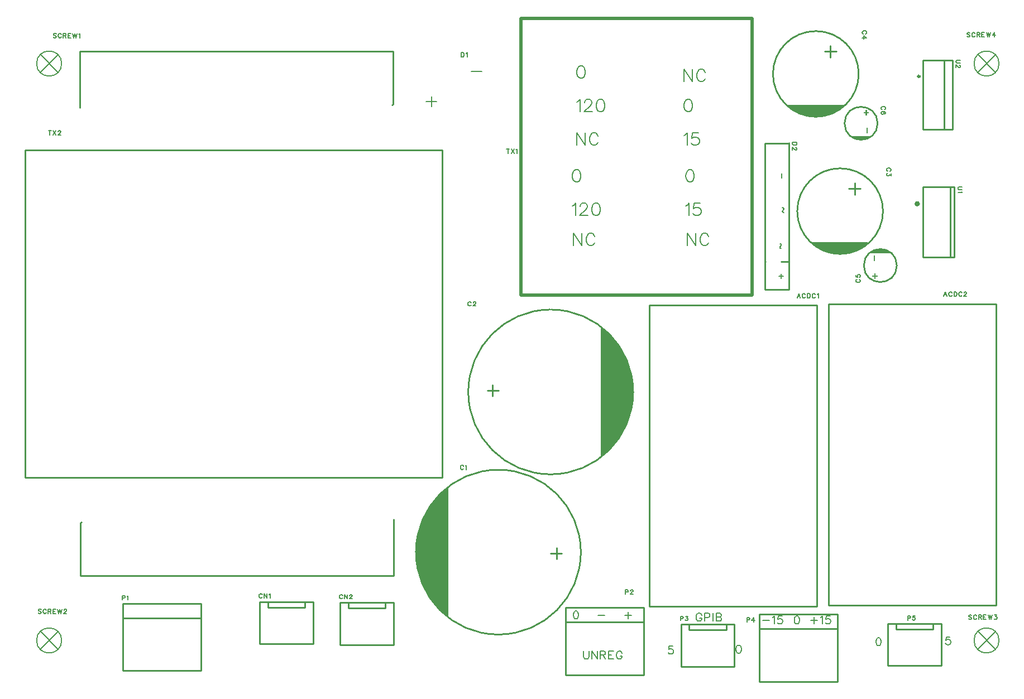
<source format=gto>
G04 Layer: TopSilkscreenLayer*
G04 EasyEDA Pro v2.1.63.af010a1c.225d47, 2024-07-27 17:45:37*
G04 Gerber Generator version 0.3*
G04 Scale: 100 percent, Rotated: No, Reflected: No*
G04 Dimensions in millimeters*
G04 Leading zeros omitted, absolute positions, 3 integers and 5 decimals*
%FSLAX35Y35*%
%MOMM*%
%ADD10C,0.203*%
%ADD11C,0.1524*%
%ADD12C,0.2032*%
%ADD13C,0.254*%
%ADD14C,0.4*%
%ADD15C,0.5*%
%ADD16C,0.3033*%
%ADD17C,0.3*%
G75*


G04 Text Start*
G54D10*
G01X12947142Y510286D02*
G01X12930124Y504698D01*
G01X12918948Y487934D01*
G01X12913360Y459740D01*
G01Y442976D01*
G01X12918948Y414782D01*
G01X12930124Y398018D01*
G01X12947142Y392430D01*
G01X12958318D01*
G01X12975082Y398018D01*
G01X12986258Y414782D01*
G01X12991846Y442976D01*
G01Y459740D01*
G01X12986258Y487934D01*
G01X12975082Y504698D01*
G01X12958318Y510286D01*
G01X12947142D01*
G01X14034770Y522986D02*
G01X13978636Y522986D01*
G01X13973048Y472440D01*
G01X13978636Y478028D01*
G01X13995654Y483616D01*
G01X14012418D01*
G01X14029182Y478028D01*
G01X14040358Y466852D01*
G01X14045946Y450088D01*
G01Y438658D01*
G01X14040358Y421894D01*
G01X14029182Y410718D01*
G01X14012418Y405130D01*
G01X13995654D01*
G01X13978636Y410718D01*
G01X13973048Y416306D01*
G01X13967460Y427482D01*
G01X10826242Y395986D02*
G01X10809224Y390398D01*
G01X10798048Y373634D01*
G01X10792460Y345440D01*
G01Y328676D01*
G01X10798048Y300482D01*
G01X10809224Y283718D01*
G01X10826242Y278130D01*
G01X10837418D01*
G01X10854182Y283718D01*
G01X10865358Y300482D01*
G01X10870946Y328676D01*
G01Y345440D01*
G01X10865358Y373634D01*
G01X10854182Y390398D01*
G01X10837418Y395986D01*
G01X10826242D01*
G01X9831836Y383286D02*
G01X9775702Y383286D01*
G01X9770114Y332740D01*
G01X9775702Y338328D01*
G01X9792720Y343916D01*
G01X9809484D01*
G01X9826248Y338328D01*
G01X9837424Y327152D01*
G01X9843012Y310388D01*
G01Y298958D01*
G01X9837424Y282194D01*
G01X9826248Y271018D01*
G01X9809484Y265430D01*
G01X9792720D01*
G01X9775702Y271018D01*
G01X9770114Y276606D01*
G01X9764526Y287782D01*
G01X10269436Y852891D02*
G01X10263594Y864321D01*
G01X10252418Y875497D01*
G01X10241242Y881085D01*
G01X10218890D01*
G01X10207460Y875497D01*
G01X10196284Y864321D01*
G01X10190696Y852891D01*
G01X10185108Y836127D01*
G01Y808187D01*
G01X10190696Y791169D01*
G01X10196284Y779993D01*
G01X10207460Y768817D01*
G01X10218890Y763229D01*
G01X10241242D01*
G01X10252418Y768817D01*
G01X10263594Y779993D01*
G01X10269436Y791169D01*
G01Y808187D01*
G01X10241242Y808187D02*
G01X10269436Y808187D01*
G01X10316680Y881085D02*
G01X10316680Y763229D01*
G01X10316680Y881085D02*
G01X10367226Y881085D01*
G01X10383990Y875497D01*
G01X10389578Y869909D01*
G01X10395420Y858733D01*
G01Y841715D01*
G01X10389578Y830539D01*
G01X10383990Y824951D01*
G01X10367226Y819363D01*
G01X10316680D01*
G01X10442664Y881085D02*
G01X10442664Y763229D01*
G01X10489908Y881085D02*
G01X10489908Y763229D01*
G01X10489908Y881085D02*
G01X10540454Y881085D01*
G01X10557218Y875497D01*
G01X10563060Y869909D01*
G01X10568648Y858733D01*
G01Y847303D01*
G01X10563060Y836127D01*
G01X10557218Y830539D01*
G01X10540454Y824951D01*
G01X10489908Y824951D02*
G01X10540454Y824951D01*
G01X10557218Y819363D01*
G01X10563060Y813775D01*
G01X10568648Y802345D01*
G01Y785581D01*
G01X10563060Y774405D01*
G01X10557218Y768817D01*
G01X10540454Y763229D01*
G01X10489908D01*
G01X8481060Y307086D02*
G01X8481060Y222758D01*
G01X8486648Y205994D01*
G01X8497824Y194818D01*
G01X8514842Y189230D01*
G01X8526018D01*
G01X8542782Y194818D01*
G01X8553958Y205994D01*
G01X8559546Y222758D01*
G01Y307086D01*
G01X8606790Y307086D02*
G01X8606790Y189230D01*
G01X8606790Y307086D02*
G01X8685530Y189230D01*
G01X8685530Y307086D02*
G01X8685530Y189230D01*
G01X8732774Y307086D02*
G01X8732774Y189230D01*
G01X8732774Y307086D02*
G01X8783320Y307086D01*
G01X8800084Y301498D01*
G01X8805672Y295910D01*
G01X8811514Y284734D01*
G01Y273304D01*
G01X8805672Y262128D01*
G01X8800084Y256540D01*
G01X8783320Y250952D01*
G01X8732774D01*
G01X8772144Y250952D02*
G01X8811514Y189230D01*
G01X8858758Y307086D02*
G01X8858758Y189230D01*
G01X8858758Y307086D02*
G01X8931656Y307086D01*
G01X8858758Y250952D02*
G01X8903716Y250952D01*
G01X8858758Y189230D02*
G01X8931656Y189230D01*
G01X9063228Y278892D02*
G01X9057640Y290322D01*
G01X9046210Y301498D01*
G01X9035034Y307086D01*
G01X9012682D01*
G01X9001252Y301498D01*
G01X8990076Y290322D01*
G01X8984488Y278892D01*
G01X8978900Y262128D01*
G01Y234188D01*
G01X8984488Y217170D01*
G01X8990076Y205994D01*
G01X9001252Y194818D01*
G01X9012682Y189230D01*
G01X9035034D01*
G01X9046210Y194818D01*
G01X9057640Y205994D01*
G01X9063228Y217170D01*
G01Y234188D01*
G01X9035034Y234188D02*
G01X9063228Y234188D01*
G01X11198860Y773176D02*
G01X11299952Y773176D01*
G01X11347196Y818134D02*
G01X11358372Y823722D01*
G01X11375390Y840486D01*
G01Y722630D01*
G01X11489944Y840486D02*
G01X11433810Y840486D01*
G01X11428222Y789940D01*
G01X11433810Y795528D01*
G01X11450828Y801116D01*
G01X11467592D01*
G01X11484356Y795528D01*
G01X11495532Y784352D01*
G01X11501374Y767588D01*
G01Y756158D01*
G01X11495532Y739394D01*
G01X11484356Y728218D01*
G01X11467592Y722630D01*
G01X11450828D01*
G01X11433810Y728218D01*
G01X11428222Y733806D01*
G01X11422634Y744982D01*
G01X11708130Y840486D02*
G01X11691366Y834898D01*
G01X11679936Y818134D01*
G01X11674348Y789940D01*
G01Y773176D01*
G01X11679936Y744982D01*
G01X11691366Y728218D01*
G01X11708130Y722630D01*
G01X11719306D01*
G01X11736070Y728218D01*
G01X11747500Y744982D01*
G01X11753088Y773176D01*
G01Y789940D01*
G01X11747500Y818134D01*
G01X11736070Y834898D01*
G01X11719306Y840486D01*
G01X11708130D01*
G01X11976608Y823722D02*
G01X11976608Y722630D01*
G01X11926062Y773176D02*
G01X12027154Y773176D01*
G01X12074398Y818134D02*
G01X12085574Y823722D01*
G01X12102592Y840486D01*
G01Y722630D01*
G01X12217146Y840486D02*
G01X12161012Y840486D01*
G01X12155424Y789940D01*
G01X12161012Y795528D01*
G01X12178030Y801116D01*
G01X12194794D01*
G01X12211558Y795528D01*
G01X12222734Y784352D01*
G01X12228576Y767588D01*
G01Y756158D01*
G01X12222734Y739394D01*
G01X12211558Y728218D01*
G01X12194794Y722630D01*
G01X12178030D01*
G01X12161012Y728218D01*
G01X12155424Y733806D01*
G01X12149836Y744982D01*
G01X8358132Y915081D02*
G01X8341114Y909493D01*
G01X8329938Y892729D01*
G01X8324350Y864535D01*
G01Y847771D01*
G01X8329938Y819577D01*
G01X8341114Y802813D01*
G01X8358132Y797225D01*
G01X8369308D01*
G01X8386072Y802813D01*
G01X8397248Y819577D01*
G01X8402836Y847771D01*
G01Y864535D01*
G01X8397248Y892729D01*
G01X8386072Y909493D01*
G01X8369308Y915081D01*
G01X8358132D01*
G01X8701794Y847771D02*
G01X8802632Y847771D01*
G01X9151882Y898317D02*
G01X9151882Y797225D01*
G01X9101590Y847771D02*
G01X9202428Y847771D01*
G01X8432800Y9187180D02*
G01X8406130Y9178290D01*
G01X8388350Y9151620D01*
G01X8379460Y9107170D01*
G01Y9080500D01*
G01X8388350Y9036050D01*
G01X8406130Y9009380D01*
G01X8432800Y9000490D01*
G01X8450580D01*
G01X8477250Y9009380D01*
G01X8495030Y9036050D01*
G01X8503920Y9080500D01*
G01Y9107170D01*
G01X8495030Y9151620D01*
G01X8477250Y9178290D01*
G01X8450580Y9187180D01*
G01X8432800D01*
G01X8379460Y8643620D02*
G01X8397240Y8652510D01*
G01X8423910Y8679180D01*
G01Y8492490D01*
G01X8495792Y8634730D02*
G01X8495792Y8643620D01*
G01X8504682Y8661400D01*
G01X8513572Y8670290D01*
G01X8531352Y8679180D01*
G01X8566912D01*
G01X8584692Y8670290D01*
G01X8593582Y8661400D01*
G01X8602472Y8643620D01*
G01Y8625840D01*
G01X8593582Y8608060D01*
G01X8575802Y8581390D01*
G01X8486902Y8492490D01*
G01X8611362D01*
G01X8727694Y8679180D02*
G01X8701024Y8670290D01*
G01X8683244Y8643620D01*
G01X8674354Y8599170D01*
G01Y8572500D01*
G01X8683244Y8528050D01*
G01X8701024Y8501380D01*
G01X8727694Y8492490D01*
G01X8745474D01*
G01X8772144Y8501380D01*
G01X8789924Y8528050D01*
G01X8798814Y8572500D01*
G01Y8599170D01*
G01X8789924Y8643620D01*
G01X8772144Y8670290D01*
G01X8745474Y8679180D01*
G01X8727694D01*
G01X8365368Y7612380D02*
G01X8338698Y7603490D01*
G01X8320918Y7576820D01*
G01X8312028Y7532370D01*
G01Y7505700D01*
G01X8320918Y7461250D01*
G01X8338698Y7434580D01*
G01X8365368Y7425690D01*
G01X8383148D01*
G01X8409818Y7434580D01*
G01X8427598Y7461250D01*
G01X8436488Y7505700D01*
G01Y7532370D01*
G01X8427598Y7576820D01*
G01X8409818Y7603490D01*
G01X8383148Y7612380D01*
G01X8365368D01*
G01X8312028Y7068820D02*
G01X8329808Y7077710D01*
G01X8356478Y7104380D01*
G01Y6917690D01*
G01X8428360Y7059930D02*
G01X8428360Y7068820D01*
G01X8437250Y7086600D01*
G01X8446140Y7095490D01*
G01X8463920Y7104380D01*
G01X8499480D01*
G01X8517260Y7095490D01*
G01X8526150Y7086600D01*
G01X8535040Y7068820D01*
G01Y7051040D01*
G01X8526150Y7033260D01*
G01X8508370Y7006590D01*
G01X8419470Y6917690D01*
G01X8543930D01*
G01X8660262Y7104380D02*
G01X8633592Y7095490D01*
G01X8615812Y7068820D01*
G01X8606922Y7024370D01*
G01Y6997700D01*
G01X8615812Y6953250D01*
G01X8633592Y6926580D01*
G01X8660262Y6917690D01*
G01X8678042D01*
G01X8704712Y6926580D01*
G01X8722492Y6953250D01*
G01X8731382Y6997700D01*
G01Y7024370D01*
G01X8722492Y7068820D01*
G01X8704712Y7095490D01*
G01X8678042Y7104380D01*
G01X8660262D01*
G01X8379460Y8171180D02*
G01X8379460Y7984490D01*
G01X8379460Y8171180D02*
G01X8503920Y7984490D01*
G01X8503920Y8171180D02*
G01X8503920Y7984490D01*
G01X8700262Y8126730D02*
G01X8691372Y8144510D01*
G01X8673592Y8162290D01*
G01X8655812Y8171180D01*
G01X8620252D01*
G01X8602472Y8162290D01*
G01X8584692Y8144510D01*
G01X8575802Y8126730D01*
G01X8566912Y8100060D01*
G01Y8055610D01*
G01X8575802Y8028940D01*
G01X8584692Y8011160D01*
G01X8602472Y7993380D01*
G01X8620252Y7984490D01*
G01X8655812D01*
G01X8673592Y7993380D01*
G01X8691372Y8011160D01*
G01X8700262Y8028940D01*
G01X8328660Y6647180D02*
G01X8328660Y6460490D01*
G01X8328660Y6647180D02*
G01X8453120Y6460490D01*
G01X8453120Y6647180D02*
G01X8453120Y6460490D01*
G01X8649462Y6602730D02*
G01X8640572Y6620510D01*
G01X8622792Y6638290D01*
G01X8605012Y6647180D01*
G01X8569452D01*
G01X8551672Y6638290D01*
G01X8533892Y6620510D01*
G01X8525002Y6602730D01*
G01X8516112Y6576060D01*
G01Y6531610D01*
G01X8525002Y6504940D01*
G01X8533892Y6487160D01*
G01X8551672Y6469380D01*
G01X8569452Y6460490D01*
G01X8605012D01*
G01X8622792Y6469380D01*
G01X8640572Y6487160D01*
G01X8649462Y6504940D01*
G01X10058400Y8679180D02*
G01X10031730Y8670290D01*
G01X10013950Y8643620D01*
G01X10005060Y8599170D01*
G01Y8572500D01*
G01X10013950Y8528050D01*
G01X10031730Y8501380D01*
G01X10058400Y8492490D01*
G01X10076180D01*
G01X10102850Y8501380D01*
G01X10120630Y8528050D01*
G01X10129520Y8572500D01*
G01Y8599170D01*
G01X10120630Y8643620D01*
G01X10102850Y8670290D01*
G01X10076180Y8679180D01*
G01X10058400D01*
G01X10005060Y8135620D02*
G01X10022840Y8144510D01*
G01X10049510Y8171180D01*
G01Y7984490D01*
G01X10219182Y8171180D02*
G01X10130282Y8171180D01*
G01X10121392Y8091170D01*
G01X10130282Y8100060D01*
G01X10156952Y8108950D01*
G01X10183622D01*
G01X10210292Y8100060D01*
G01X10228072Y8082280D01*
G01X10236962Y8055610D01*
G01Y8037830D01*
G01X10228072Y8011160D01*
G01X10210292Y7993380D01*
G01X10183622Y7984490D01*
G01X10156952D01*
G01X10130282Y7993380D01*
G01X10121392Y8002270D01*
G01X10112502Y8020050D01*
G01X10005060Y9136380D02*
G01X10005060Y8949690D01*
G01X10005060Y9136380D02*
G01X10129520Y8949690D01*
G01X10129520Y9136380D02*
G01X10129520Y8949690D01*
G01X10325862Y9091930D02*
G01X10316972Y9109710D01*
G01X10299192Y9127490D01*
G01X10281412Y9136380D01*
G01X10245852D01*
G01X10228072Y9127490D01*
G01X10210292Y9109710D01*
G01X10201402Y9091930D01*
G01X10192512Y9065260D01*
G01Y9020810D01*
G01X10201402Y8994140D01*
G01X10210292Y8976360D01*
G01X10228072Y8958580D01*
G01X10245852Y8949690D01*
G01X10281412D01*
G01X10299192Y8958580D01*
G01X10316972Y8976360D01*
G01X10325862Y8994140D01*
G01X10055860Y6647180D02*
G01X10055860Y6460490D01*
G01X10055860Y6647180D02*
G01X10180320Y6460490D01*
G01X10180320Y6647180D02*
G01X10180320Y6460490D01*
G01X10376662Y6602730D02*
G01X10367772Y6620510D01*
G01X10349992Y6638290D01*
G01X10332212Y6647180D01*
G01X10296652D01*
G01X10278872Y6638290D01*
G01X10261092Y6620510D01*
G01X10252202Y6602730D01*
G01X10243312Y6576060D01*
G01Y6531610D01*
G01X10252202Y6504940D01*
G01X10261092Y6487160D01*
G01X10278872Y6469380D01*
G01X10296652Y6460490D01*
G01X10332212D01*
G01X10349992Y6469380D01*
G01X10367772Y6487160D01*
G01X10376662Y6504940D01*
G01X10084694Y7612380D02*
G01X10058024Y7603490D01*
G01X10040244Y7576820D01*
G01X10031354Y7532370D01*
G01Y7505700D01*
G01X10040244Y7461250D01*
G01X10058024Y7434580D01*
G01X10084694Y7425690D01*
G01X10102474D01*
G01X10129144Y7434580D01*
G01X10146924Y7461250D01*
G01X10155814Y7505700D01*
G01Y7532370D01*
G01X10146924Y7576820D01*
G01X10129144Y7603490D01*
G01X10102474Y7612380D01*
G01X10084694D01*
G01X10031354Y7068820D02*
G01X10049134Y7077710D01*
G01X10075804Y7104380D01*
G01Y6917690D01*
G01X10245476Y7104380D02*
G01X10156576Y7104380D01*
G01X10147686Y7024370D01*
G01X10156576Y7033260D01*
G01X10183246Y7042150D01*
G01X10209916D01*
G01X10236586Y7033260D01*
G01X10254366Y7015480D01*
G01X10263256Y6988810D01*
G01Y6971030D01*
G01X10254366Y6944360D01*
G01X10236586Y6926580D01*
G01X10209916Y6917690D01*
G01X10183246D01*
G01X10156576Y6926580D01*
G01X10147686Y6935470D01*
G01X10138796Y6953250D01*
G54D11*
G01X7331710Y7930134D02*
G01X7331710Y7865110D01*
G01X7310120Y7930134D02*
G01X7353554Y7930134D01*
G01X7383780Y7930134D02*
G01X7426960Y7865110D01*
G01X7426960Y7930134D02*
G01X7383780Y7865110D01*
G01X7457186Y7917688D02*
G01X7463282Y7920990D01*
G01X7472426Y7930134D01*
G01Y7865110D01*
G01X14221236Y7355093D02*
G01X14174754Y7355093D01*
G01X14165610Y7352045D01*
G01X14159260Y7345695D01*
G01X14156212Y7336551D01*
G01Y7330201D01*
G01X14159260Y7321057D01*
G01X14165610Y7314961D01*
G01X14174754Y7311659D01*
G01X14221236D01*
G01X14208790Y7281433D02*
G01X14212092Y7275337D01*
G01X14221236Y7266193D01*
G01X14156212D01*
G01X14191839Y9278076D02*
G01X14145357Y9278076D01*
G01X14136213Y9275028D01*
G01X14129863Y9268678D01*
G01X14126815Y9259534D01*
G01Y9253184D01*
G01X14129863Y9244040D01*
G01X14136213Y9237944D01*
G01X14145357Y9234642D01*
G01X14191839D01*
G01X14176345Y9201368D02*
G01X14179393Y9201368D01*
G01X14185743Y9198320D01*
G01X14188791Y9195272D01*
G01X14191839Y9189176D01*
G01Y9176730D01*
G01X14188791Y9170380D01*
G01X14185743Y9167332D01*
G01X14179393Y9164284D01*
G01X14173297D01*
G01X14167201Y9167332D01*
G01X14157803Y9173682D01*
G01X14126815Y9204416D01*
G01Y9161236D01*
G54D10*
G01X6170930Y8568690D02*
G01X6170930Y8728710D01*
G01X6250940Y8648700D02*
G01X6090920Y8648700D01*
G01X6936740Y9105900D02*
G01X6776720Y9105900D01*
G54D11*
G01X6624320Y9390634D02*
G01X6624320Y9325610D01*
G01X6624320Y9390634D02*
G01X6645910Y9390634D01*
G01X6655308Y9387586D01*
G01X6661404Y9381490D01*
G01X6664452Y9375140D01*
G01X6667754Y9365996D01*
G01Y9350502D01*
G01X6664452Y9341104D01*
G01X6661404Y9335008D01*
G01X6655308Y9328658D01*
G01X6645910Y9325610D01*
G01X6624320D01*
G01X6697980Y9378188D02*
G01X6704076Y9381490D01*
G01X6713220Y9390634D01*
G01Y9325610D01*
G01X6658102Y3114040D02*
G01X6655054Y3120390D01*
G01X6648704Y3126486D01*
G01X6642608Y3129534D01*
G01X6630162D01*
G01X6624066Y3126486D01*
G01X6617716Y3120390D01*
G01X6614668Y3114040D01*
G01X6611620Y3104896D01*
G01Y3089402D01*
G01X6614668Y3080004D01*
G01X6617716Y3073908D01*
G01X6624066Y3067558D01*
G01X6630162Y3064510D01*
G01X6642608D01*
G01X6648704Y3067558D01*
G01X6655054Y3073908D01*
G01X6658102Y3080004D01*
G01X6688328Y3117088D02*
G01X6694424Y3120390D01*
G01X6703568Y3129534D01*
G01Y3064510D01*
G01X6772509Y5595874D02*
G01X6769461Y5602224D01*
G01X6763111Y5608320D01*
G01X6757015Y5611368D01*
G01X6744569D01*
G01X6738473Y5608320D01*
G01X6732123Y5602224D01*
G01X6729075Y5595874D01*
G01X6726027Y5586730D01*
G01Y5571236D01*
G01X6729075Y5561838D01*
G01X6732123Y5555742D01*
G01X6738473Y5549392D01*
G01X6744569Y5546344D01*
G01X6757015D01*
G01X6763111Y5549392D01*
G01X6769461Y5555742D01*
G01X6772509Y5561838D01*
G01X6805783Y5595874D02*
G01X6805783Y5598922D01*
G01X6808831Y5605272D01*
G01X6811879Y5608320D01*
G01X6817975Y5611368D01*
G01X6830421D01*
G01X6836771Y5608320D01*
G01X6839819Y5605272D01*
G01X6842867Y5598922D01*
G01Y5592826D01*
G01X6839819Y5586730D01*
G01X6833469Y5577332D01*
G01X6802735Y5546344D01*
G01X6845915D01*
G01X1483700Y1151133D02*
G01X1483700Y1086109D01*
G01X1483700Y1151133D02*
G01X1511640Y1151133D01*
G01X1520784Y1148085D01*
G01X1523832Y1145037D01*
G01X1527134Y1138687D01*
G01Y1129543D01*
G01X1523832Y1123447D01*
G01X1520784Y1120145D01*
G01X1511640Y1117097D01*
G01X1483700D01*
G01X1557360Y1138687D02*
G01X1563456Y1141989D01*
G01X1572600Y1151133D01*
G01Y1086109D01*
G01X3606249Y1163279D02*
G01X3603201Y1169629D01*
G01X3596851Y1175725D01*
G01X3590755Y1178773D01*
G01X3578309D01*
G01X3572213Y1175725D01*
G01X3565863Y1169629D01*
G01X3562815Y1163279D01*
G01X3559767Y1154135D01*
G01Y1138641D01*
G01X3562815Y1129243D01*
G01X3565863Y1123147D01*
G01X3572213Y1116797D01*
G01X3578309Y1113749D01*
G01X3590755D01*
G01X3596851Y1116797D01*
G01X3603201Y1123147D01*
G01X3606249Y1129243D01*
G01X3636475Y1178773D02*
G01X3636475Y1113749D01*
G01X3636475Y1178773D02*
G01X3679655Y1113749D01*
G01X3679655Y1178773D02*
G01X3679655Y1113749D01*
G01X3709881Y1166327D02*
G01X3715977Y1169629D01*
G01X3725121Y1178773D01*
G01Y1113749D01*
G01X4825449Y1150579D02*
G01X4822401Y1156929D01*
G01X4816051Y1163025D01*
G01X4809955Y1166073D01*
G01X4797509D01*
G01X4791413Y1163025D01*
G01X4785063Y1156929D01*
G01X4782015Y1150579D01*
G01X4778967Y1141435D01*
G01Y1125941D01*
G01X4782015Y1116543D01*
G01X4785063Y1110447D01*
G01X4791413Y1104097D01*
G01X4797509Y1101049D01*
G01X4809955D01*
G01X4816051Y1104097D01*
G01X4822401Y1110447D01*
G01X4825449Y1116543D01*
G01X4855675Y1166073D02*
G01X4855675Y1101049D01*
G01X4855675Y1166073D02*
G01X4898855Y1101049D01*
G01X4898855Y1166073D02*
G01X4898855Y1101049D01*
G01X4932129Y1150579D02*
G01X4932129Y1153627D01*
G01X4935177Y1159977D01*
G01X4938225Y1163025D01*
G01X4944321Y1166073D01*
G01X4956767D01*
G01X4963117Y1163025D01*
G01X4966165Y1159977D01*
G01X4969213Y1153627D01*
G01Y1147531D01*
G01X4966165Y1141435D01*
G01X4959815Y1132037D01*
G01X4929081Y1101049D01*
G01X4972261D01*
G01X482854Y9673590D02*
G01X476504Y9679686D01*
G01X467360Y9682734D01*
G01X454914D01*
G01X445516Y9679686D01*
G01X439420Y9673590D01*
G01Y9667240D01*
G01X442468Y9661144D01*
G01X445516Y9658096D01*
G01X451866Y9655048D01*
G01X470408Y9648698D01*
G01X476504Y9645650D01*
G01X479552Y9642602D01*
G01X482854Y9636252D01*
G01Y9627108D01*
G01X476504Y9620758D01*
G01X467360Y9617710D01*
G01X454914D01*
G01X445516Y9620758D01*
G01X439420Y9627108D01*
G01X559308Y9667240D02*
G01X556260Y9673590D01*
G01X550164Y9679686D01*
G01X543814Y9682734D01*
G01X531622D01*
G01X525272Y9679686D01*
G01X519176Y9673590D01*
G01X516128Y9667240D01*
G01X513080Y9658096D01*
G01Y9642602D01*
G01X516128Y9633204D01*
G01X519176Y9627108D01*
G01X525272Y9620758D01*
G01X531622Y9617710D01*
G01X543814D01*
G01X550164Y9620758D01*
G01X556260Y9627108D01*
G01X559308Y9633204D01*
G01X589534Y9682734D02*
G01X589534Y9617710D01*
G01X589534Y9682734D02*
G01X617220Y9682734D01*
G01X626618Y9679686D01*
G01X629666Y9676638D01*
G01X632714Y9670288D01*
G01Y9664192D01*
G01X629666Y9658096D01*
G01X626618Y9655048D01*
G01X617220Y9651746D01*
G01X589534D01*
G01X611124Y9651746D02*
G01X632714Y9617710D01*
G01X662940Y9682734D02*
G01X662940Y9617710D01*
G01X662940Y9682734D02*
G01X703072Y9682734D01*
G01X662940Y9651746D02*
G01X687578Y9651746D01*
G01X662940Y9617710D02*
G01X703072Y9617710D01*
G01X733298Y9682734D02*
G01X748538Y9617710D01*
G01X764032Y9682734D02*
G01X748538Y9617710D01*
G01X764032Y9682734D02*
G01X779526Y9617710D01*
G01X795020Y9682734D02*
G01X779526Y9617710D01*
G01X825246Y9670288D02*
G01X831342Y9673590D01*
G01X840486Y9682734D01*
G01Y9617710D01*
G01X254254Y935990D02*
G01X247904Y942086D01*
G01X238760Y945134D01*
G01X226314D01*
G01X216916Y942086D01*
G01X210820Y935990D01*
G01Y929640D01*
G01X213868Y923544D01*
G01X216916Y920496D01*
G01X223266Y917448D01*
G01X241808Y911098D01*
G01X247904Y908050D01*
G01X250952Y905002D01*
G01X254254Y898652D01*
G01Y889508D01*
G01X247904Y883158D01*
G01X238760Y880110D01*
G01X226314D01*
G01X216916Y883158D01*
G01X210820Y889508D01*
G01X330708Y929640D02*
G01X327660Y935990D01*
G01X321564Y942086D01*
G01X315214Y945134D01*
G01X303022D01*
G01X296672Y942086D01*
G01X290576Y935990D01*
G01X287528Y929640D01*
G01X284480Y920496D01*
G01Y905002D01*
G01X287528Y895604D01*
G01X290576Y889508D01*
G01X296672Y883158D01*
G01X303022Y880110D01*
G01X315214D01*
G01X321564Y883158D01*
G01X327660Y889508D01*
G01X330708Y895604D01*
G01X360934Y945134D02*
G01X360934Y880110D01*
G01X360934Y945134D02*
G01X388620Y945134D01*
G01X398018Y942086D01*
G01X401066Y939038D01*
G01X404114Y932688D01*
G01Y926592D01*
G01X401066Y920496D01*
G01X398018Y917448D01*
G01X388620Y914146D01*
G01X360934D01*
G01X382524Y914146D02*
G01X404114Y880110D01*
G01X434340Y945134D02*
G01X434340Y880110D01*
G01X434340Y945134D02*
G01X474472Y945134D01*
G01X434340Y914146D02*
G01X458978Y914146D01*
G01X434340Y880110D02*
G01X474472Y880110D01*
G01X504698Y945134D02*
G01X519938Y880110D01*
G01X535432Y945134D02*
G01X519938Y880110D01*
G01X535432Y945134D02*
G01X550926Y880110D01*
G01X566420Y945134D02*
G01X550926Y880110D01*
G01X599694Y929640D02*
G01X599694Y932688D01*
G01X602742Y939038D01*
G01X605790Y942086D01*
G01X611886Y945134D01*
G01X624332D01*
G01X630682Y942086D01*
G01X633730Y939038D01*
G01X636778Y932688D01*
G01Y926592D01*
G01X633730Y920496D01*
G01X627380Y911098D01*
G01X596646Y880110D01*
G01X639826D01*
G01X14363954Y847090D02*
G01X14357604Y853186D01*
G01X14348460Y856234D01*
G01X14336014D01*
G01X14326616Y853186D01*
G01X14320520Y847090D01*
G01Y840740D01*
G01X14323568Y834644D01*
G01X14326616Y831596D01*
G01X14332966Y828548D01*
G01X14351508Y822198D01*
G01X14357604Y819150D01*
G01X14360652Y816102D01*
G01X14363954Y809752D01*
G01Y800608D01*
G01X14357604Y794258D01*
G01X14348460Y791210D01*
G01X14336014D01*
G01X14326616Y794258D01*
G01X14320520Y800608D01*
G01X14440408Y840740D02*
G01X14437360Y847090D01*
G01X14431264Y853186D01*
G01X14424914Y856234D01*
G01X14412722D01*
G01X14406372Y853186D01*
G01X14400276Y847090D01*
G01X14397228Y840740D01*
G01X14394180Y831596D01*
G01Y816102D01*
G01X14397228Y806704D01*
G01X14400276Y800608D01*
G01X14406372Y794258D01*
G01X14412722Y791210D01*
G01X14424914D01*
G01X14431264Y794258D01*
G01X14437360Y800608D01*
G01X14440408Y806704D01*
G01X14470634Y856234D02*
G01X14470634Y791210D01*
G01X14470634Y856234D02*
G01X14498320Y856234D01*
G01X14507718Y853186D01*
G01X14510766Y850138D01*
G01X14513814Y843788D01*
G01Y837692D01*
G01X14510766Y831596D01*
G01X14507718Y828548D01*
G01X14498320Y825246D01*
G01X14470634D01*
G01X14492224Y825246D02*
G01X14513814Y791210D01*
G01X14544040Y856234D02*
G01X14544040Y791210D01*
G01X14544040Y856234D02*
G01X14584172Y856234D01*
G01X14544040Y825246D02*
G01X14568678Y825246D01*
G01X14544040Y791210D02*
G01X14584172Y791210D01*
G01X14614398Y856234D02*
G01X14629638Y791210D01*
G01X14645132Y856234D02*
G01X14629638Y791210D01*
G01X14645132Y856234D02*
G01X14660626Y791210D01*
G01X14676120Y856234D02*
G01X14660626Y791210D01*
G01X14712442Y856234D02*
G01X14746478Y856234D01*
G01X14727936Y831596D01*
G01X14737080D01*
G01X14743430Y828548D01*
G01X14746478Y825246D01*
G01X14749526Y816102D01*
G01Y809752D01*
G01X14746478Y800608D01*
G01X14740382Y794258D01*
G01X14730984Y791210D01*
G01X14721586D01*
G01X14712442Y794258D01*
G01X14709394Y797560D01*
G01X14706346Y803656D01*
G01X14338554Y9686290D02*
G01X14332204Y9692386D01*
G01X14323060Y9695434D01*
G01X14310614D01*
G01X14301216Y9692386D01*
G01X14295120Y9686290D01*
G01Y9679940D01*
G01X14298168Y9673844D01*
G01X14301216Y9670796D01*
G01X14307566Y9667748D01*
G01X14326108Y9661398D01*
G01X14332204Y9658350D01*
G01X14335252Y9655302D01*
G01X14338554Y9648952D01*
G01Y9639808D01*
G01X14332204Y9633458D01*
G01X14323060Y9630410D01*
G01X14310614D01*
G01X14301216Y9633458D01*
G01X14295120Y9639808D01*
G01X14415008Y9679940D02*
G01X14411960Y9686290D01*
G01X14405864Y9692386D01*
G01X14399514Y9695434D01*
G01X14387322D01*
G01X14380972Y9692386D01*
G01X14374876Y9686290D01*
G01X14371828Y9679940D01*
G01X14368780Y9670796D01*
G01Y9655302D01*
G01X14371828Y9645904D01*
G01X14374876Y9639808D01*
G01X14380972Y9633458D01*
G01X14387322Y9630410D01*
G01X14399514D01*
G01X14405864Y9633458D01*
G01X14411960Y9639808D01*
G01X14415008Y9645904D01*
G01X14445234Y9695434D02*
G01X14445234Y9630410D01*
G01X14445234Y9695434D02*
G01X14472920Y9695434D01*
G01X14482318Y9692386D01*
G01X14485366Y9689338D01*
G01X14488414Y9682988D01*
G01Y9676892D01*
G01X14485366Y9670796D01*
G01X14482318Y9667748D01*
G01X14472920Y9664446D01*
G01X14445234D01*
G01X14466824Y9664446D02*
G01X14488414Y9630410D01*
G01X14518640Y9695434D02*
G01X14518640Y9630410D01*
G01X14518640Y9695434D02*
G01X14558772Y9695434D01*
G01X14518640Y9664446D02*
G01X14543278Y9664446D01*
G01X14518640Y9630410D02*
G01X14558772Y9630410D01*
G01X14588998Y9695434D02*
G01X14604238Y9630410D01*
G01X14619732Y9695434D02*
G01X14604238Y9630410D01*
G01X14619732Y9695434D02*
G01X14635226Y9630410D01*
G01X14650720Y9695434D02*
G01X14635226Y9630410D01*
G01X14711680Y9695434D02*
G01X14680946Y9652254D01*
G01X14727174D01*
G01X14711680Y9695434D02*
G01X14711680Y9630410D01*
G01X9113520Y1237234D02*
G01X9113520Y1172210D01*
G01X9113520Y1237234D02*
G01X9141460Y1237234D01*
G01X9150604Y1234186D01*
G01X9153652Y1231138D01*
G01X9156954Y1224788D01*
G01Y1215644D01*
G01X9153652Y1209548D01*
G01X9150604Y1206246D01*
G01X9141460Y1203198D01*
G01X9113520D01*
G01X9190228Y1221740D02*
G01X9190228Y1224788D01*
G01X9193276Y1231138D01*
G01X9196324Y1234186D01*
G01X9202420Y1237234D01*
G01X9214866D01*
G01X9221216Y1234186D01*
G01X9224264Y1231138D01*
G01X9227312Y1224788D01*
G01Y1218692D01*
G01X9224264Y1212596D01*
G01X9217914Y1203198D01*
G01X9187180Y1172210D01*
G01X9230360D01*
G01X13123951Y7593736D02*
G01X13130301Y7596784D01*
G01X13136397Y7603134D01*
G01X13139445Y7609230D01*
G01Y7621676D01*
G01X13136397Y7627772D01*
G01X13130301Y7634122D01*
G01X13123951Y7637170D01*
G01X13114807Y7640218D01*
G01X13099313D01*
G01X13089915Y7637170D01*
G01X13083819Y7634122D01*
G01X13077469Y7627772D01*
G01X13074421Y7621676D01*
G01Y7609230D01*
G01X13077469Y7603134D01*
G01X13083819Y7596784D01*
G01X13089915Y7593736D01*
G01X13139445Y7557414D02*
G01X13139445Y7523378D01*
G01X13114807Y7541920D01*
G01Y7532776D01*
G01X13111759Y7526426D01*
G01X13108457Y7523378D01*
G01X13099313Y7520330D01*
G01X13092963D01*
G01X13083819Y7523378D01*
G01X13077469Y7529474D01*
G01X13074421Y7538872D01*
G01Y7548270D01*
G01X13077469Y7557414D01*
G01X13080771Y7560462D01*
G01X13086867Y7563510D01*
G01X12755651Y9676536D02*
G01X12762001Y9679584D01*
G01X12768097Y9685934D01*
G01X12771145Y9692030D01*
G01Y9704476D01*
G01X12768097Y9710572D01*
G01X12762001Y9716922D01*
G01X12755651Y9719970D01*
G01X12746507Y9723018D01*
G01X12731013D01*
G01X12721615Y9719970D01*
G01X12715519Y9716922D01*
G01X12709169Y9710572D01*
G01X12706121Y9704476D01*
G01Y9692030D01*
G01X12709169Y9685934D01*
G01X12715519Y9679584D01*
G01X12721615Y9676536D01*
G01X12771145Y9615576D02*
G01X12727965Y9646310D01*
G01Y9600082D01*
G01X12771145Y9615576D02*
G01X12706121Y9615576D01*
G54D12*
G01X11513058Y5998464D02*
G01X11440160Y5998464D01*
G01X11476482Y6035040D02*
G01X11476482Y5962142D01*
G01X11454638Y6492240D02*
G01X11462766Y6492240D01*
G01X11474958Y6488176D01*
G01X11479022Y6480048D01*
G01Y6471920D01*
G01X11474958Y6463792D01*
G01X11462766Y6447536D01*
G01X11458702Y6439662D01*
G01Y6431534D01*
G01X11462766Y6423406D01*
G01X11470894Y6419342D01*
G01X11462766Y6492240D02*
G01X11470894Y6488176D01*
G01X11474958Y6480048D01*
G01Y6471920D01*
G01X11470894Y6463792D01*
G01X11458702Y6447536D01*
G01X11454638Y6439662D01*
G01Y6431534D01*
G01X11458702Y6423406D01*
G01X11470894Y6419342D01*
G01X11479022D01*
G01X11492738Y7038340D02*
G01X11500866Y7038340D01*
G01X11513058Y7034276D01*
G01X11517122Y7026148D01*
G01Y7018020D01*
G01X11513058Y7009892D01*
G01X11500866Y6993636D01*
G01X11496802Y6985762D01*
G01Y6977634D01*
G01X11500866Y6969506D01*
G01X11508994Y6965442D01*
G01X11500866Y7038340D02*
G01X11508994Y7034276D01*
G01X11513058Y7026148D01*
G01Y7018020D01*
G01X11508994Y7009892D01*
G01X11496802Y6993636D01*
G01X11492738Y6985762D01*
G01Y6977634D01*
G01X11496802Y6969506D01*
G01X11508994Y6965442D01*
G01X11517122D01*
G01X11479530Y7559040D02*
G01X11479530Y7486142D01*
G54D11*
G01X11713431Y8028882D02*
G01X11648407Y8028882D01*
G01X11713431Y8028882D02*
G01X11713431Y8007292D01*
G01X11710383Y7997894D01*
G01X11704287Y7991798D01*
G01X11697937Y7988750D01*
G01X11688793Y7985448D01*
G01X11673299D01*
G01X11663901Y7988750D01*
G01X11657805Y7991798D01*
G01X11651455Y7997894D01*
G01X11648407Y8007292D01*
G01Y8028882D01*
G01X11697937Y7952174D02*
G01X11700985Y7952174D01*
G01X11707335Y7949126D01*
G01X11710383Y7946078D01*
G01X11713431Y7939982D01*
G01Y7927536D01*
G01X11710383Y7921186D01*
G01X11707335Y7918138D01*
G01X11700985Y7915090D01*
G01X11694889D01*
G01X11688793Y7918138D01*
G01X11679395Y7924488D01*
G01X11648407Y7955222D01*
G01Y7912042D01*
G01X10955020Y818134D02*
G01X10955020Y753110D01*
G01X10955020Y818134D02*
G01X10982960Y818134D01*
G01X10992104Y815086D01*
G01X10995152Y812038D01*
G01X10998454Y805688D01*
G01Y796544D01*
G01X10995152Y790448D01*
G01X10992104Y787146D01*
G01X10982960Y784098D01*
G01X10955020D01*
G01X11059414Y818134D02*
G01X11028680Y774954D01*
G01X11074908D01*
G01X11059414Y818134D02*
G01X11059414Y753110D01*
G01X12625248Y5950890D02*
G01X12618898Y5947842D01*
G01X12612802Y5941492D01*
G01X12609754Y5935396D01*
G01Y5922950D01*
G01X12612802Y5916854D01*
G01X12618898Y5910504D01*
G01X12625248Y5907456D01*
G01X12634392Y5904408D01*
G01X12649886D01*
G01X12659284Y5907456D01*
G01X12665380Y5910504D01*
G01X12671730Y5916854D01*
G01X12674778Y5922950D01*
G01Y5935396D01*
G01X12671730Y5941492D01*
G01X12665380Y5947842D01*
G01X12659284Y5950890D01*
G01X12609754Y6018200D02*
G01X12609754Y5987212D01*
G01X12637440Y5984164D01*
G01X12634392Y5987212D01*
G01X12631344Y5996356D01*
G01Y6005754D01*
G01X12634392Y6015152D01*
G01X12640742Y6021248D01*
G01X12649886Y6024296D01*
G01X12656236D01*
G01X12665380Y6021248D01*
G01X12671730Y6015152D01*
G01X12674778Y6005754D01*
G01Y5996356D01*
G01X12671730Y5987212D01*
G01X12668428Y5984164D01*
G01X12662332Y5981116D01*
G01X13041452Y8527110D02*
G01X13047802Y8530158D01*
G01X13053898Y8536508D01*
G01X13056946Y8542604D01*
G01Y8555050D01*
G01X13053898Y8561146D01*
G01X13047802Y8567496D01*
G01X13041452Y8570544D01*
G01X13032308Y8573592D01*
G01X13016814D01*
G01X13007416Y8570544D01*
G01X13001320Y8567496D01*
G01X12994970Y8561146D01*
G01X12991922Y8555050D01*
G01Y8542604D01*
G01X12994970Y8536508D01*
G01X13001320Y8530158D01*
G01X13007416Y8527110D01*
G01X13047802Y8459800D02*
G01X13053898Y8462848D01*
G01X13056946Y8472246D01*
G01Y8478342D01*
G01X13053898Y8487740D01*
G01X13044500Y8493836D01*
G01X13029260Y8496884D01*
G01X13013766D01*
G01X13001320Y8493836D01*
G01X12994970Y8487740D01*
G01X12991922Y8478342D01*
G01Y8475294D01*
G01X12994970Y8466150D01*
G01X13001320Y8459800D01*
G01X13010464Y8456752D01*
G01X13013766D01*
G01X13022910Y8459800D01*
G01X13029260Y8466150D01*
G01X13032308Y8475294D01*
G01Y8478342D01*
G01X13029260Y8487740D01*
G01X13022910Y8493836D01*
G01X13013766Y8496884D01*
G01X11741912Y5733034D02*
G01X11717020Y5668010D01*
G01X11741912Y5733034D02*
G01X11766550Y5668010D01*
G01X11726418Y5689854D02*
G01X11757152Y5689854D01*
G01X11843004Y5717540D02*
G01X11839956Y5723890D01*
G01X11833860Y5729986D01*
G01X11827510Y5733034D01*
G01X11815318D01*
G01X11808968Y5729986D01*
G01X11802872Y5723890D01*
G01X11799824Y5717540D01*
G01X11796776Y5708396D01*
G01Y5692902D01*
G01X11799824Y5683504D01*
G01X11802872Y5677408D01*
G01X11808968Y5671058D01*
G01X11815318Y5668010D01*
G01X11827510D01*
G01X11833860Y5671058D01*
G01X11839956Y5677408D01*
G01X11843004Y5683504D01*
G01X11873230Y5733034D02*
G01X11873230Y5668010D01*
G01X11873230Y5733034D02*
G01X11894820Y5733034D01*
G01X11903964Y5729986D01*
G01X11910314Y5723890D01*
G01X11913362Y5717540D01*
G01X11916410Y5708396D01*
G01Y5692902D01*
G01X11913362Y5683504D01*
G01X11910314Y5677408D01*
G01X11903964Y5671058D01*
G01X11894820Y5668010D01*
G01X11873230D01*
G01X11992864Y5717540D02*
G01X11989816Y5723890D01*
G01X11983720Y5729986D01*
G01X11977370Y5733034D01*
G01X11965178D01*
G01X11958828Y5729986D01*
G01X11952732Y5723890D01*
G01X11949684Y5717540D01*
G01X11946636Y5708396D01*
G01Y5692902D01*
G01X11949684Y5683504D01*
G01X11952732Y5677408D01*
G01X11958828Y5671058D01*
G01X11965178Y5668010D01*
G01X11977370D01*
G01X11983720Y5671058D01*
G01X11989816Y5677408D01*
G01X11992864Y5683504D01*
G01X12023090Y5720588D02*
G01X12029186Y5723890D01*
G01X12038330Y5733034D01*
G01Y5668010D01*
G01X13964412Y5758434D02*
G01X13939520Y5693410D01*
G01X13964412Y5758434D02*
G01X13989050Y5693410D01*
G01X13948918Y5715254D02*
G01X13979652Y5715254D01*
G01X14065504Y5742940D02*
G01X14062456Y5749290D01*
G01X14056360Y5755386D01*
G01X14050010Y5758434D01*
G01X14037818D01*
G01X14031468Y5755386D01*
G01X14025372Y5749290D01*
G01X14022324Y5742940D01*
G01X14019276Y5733796D01*
G01Y5718302D01*
G01X14022324Y5708904D01*
G01X14025372Y5702808D01*
G01X14031468Y5696458D01*
G01X14037818Y5693410D01*
G01X14050010D01*
G01X14056360Y5696458D01*
G01X14062456Y5702808D01*
G01X14065504Y5708904D01*
G01X14095730Y5758434D02*
G01X14095730Y5693410D01*
G01X14095730Y5758434D02*
G01X14117320Y5758434D01*
G01X14126464Y5755386D01*
G01X14132814Y5749290D01*
G01X14135862Y5742940D01*
G01X14138910Y5733796D01*
G01Y5718302D01*
G01X14135862Y5708904D01*
G01X14132814Y5702808D01*
G01X14126464Y5696458D01*
G01X14117320Y5693410D01*
G01X14095730D01*
G01X14215364Y5742940D02*
G01X14212316Y5749290D01*
G01X14206220Y5755386D01*
G01X14199870Y5758434D01*
G01X14187678D01*
G01X14181328Y5755386D01*
G01X14175232Y5749290D01*
G01X14172184Y5742940D01*
G01X14169136Y5733796D01*
G01Y5718302D01*
G01X14172184Y5708904D01*
G01X14175232Y5702808D01*
G01X14181328Y5696458D01*
G01X14187678Y5693410D01*
G01X14199870D01*
G01X14206220Y5696458D01*
G01X14212316Y5702808D01*
G01X14215364Y5708904D01*
G01X14248638Y5742940D02*
G01X14248638Y5745988D01*
G01X14251686Y5752338D01*
G01X14254734Y5755386D01*
G01X14260830Y5758434D01*
G01X14273276D01*
G01X14279626Y5755386D01*
G01X14282674Y5752338D01*
G01X14285722Y5745988D01*
G01Y5739892D01*
G01X14282674Y5733796D01*
G01X14276324Y5724398D01*
G01X14245590Y5693410D01*
G01X14288770D01*
G01X9947867Y835873D02*
G01X9947867Y770849D01*
G01X9947867Y835873D02*
G01X9975807Y835873D01*
G01X9984951Y832825D01*
G01X9987999Y829777D01*
G01X9991301Y823427D01*
G01Y814283D01*
G01X9987999Y808187D01*
G01X9984951Y804885D01*
G01X9975807Y801837D01*
G01X9947867D01*
G01X10027623Y835873D02*
G01X10061659Y835873D01*
G01X10043117Y811235D01*
G01X10052261D01*
G01X10058611Y808187D01*
G01X10061659Y804885D01*
G01X10064707Y795741D01*
G01Y789391D01*
G01X10061659Y780247D01*
G01X10055563Y773897D01*
G01X10046165Y770849D01*
G01X10036767D01*
G01X10027623Y773897D01*
G01X10024575Y777199D01*
G01X10021527Y783295D01*
G01X13393420Y843534D02*
G01X13393420Y778510D01*
G01X13393420Y843534D02*
G01X13421360Y843534D01*
G01X13430504Y840486D01*
G01X13433552Y837438D01*
G01X13436854Y831088D01*
G01Y821944D01*
G01X13433552Y815848D01*
G01X13430504Y812546D01*
G01X13421360Y809498D01*
G01X13393420D01*
G01X13504164Y843534D02*
G01X13473176Y843534D01*
G01X13470128Y815848D01*
G01X13473176Y818896D01*
G01X13482320Y821944D01*
G01X13491718D01*
G01X13501116Y818896D01*
G01X13507212Y812546D01*
G01X13510260Y803402D01*
G01Y797052D01*
G01X13507212Y787908D01*
G01X13501116Y781558D01*
G01X13491718Y778510D01*
G01X13482320D01*
G01X13473176Y781558D01*
G01X13470128Y784860D01*
G01X13467080Y790956D01*
G01X384810Y8209534D02*
G01X384810Y8144510D01*
G01X363220Y8209534D02*
G01X406654Y8209534D01*
G01X436880Y8209534D02*
G01X480060Y8144510D01*
G01X480060Y8209534D02*
G01X436880Y8144510D01*
G01X513334Y8194040D02*
G01X513334Y8197088D01*
G01X516382Y8203438D01*
G01X519430Y8206486D01*
G01X525526Y8209534D01*
G01X537972D01*
G01X544322Y8206486D01*
G01X547370Y8203438D01*
G01X550418Y8197088D01*
G01Y8190992D01*
G01X547370Y8184896D01*
G01X541020Y8175498D01*
G01X510286Y8144510D01*
G01X553466D01*
G04 Text End*

G04 PolygonModel Start*
G54D13*
G01X14101602Y7350013D02*
G01X14101602Y6289812D01*
G01X14101602Y6289812D02*
G01X13621794Y6289812D01*
G01X13621794Y6289812D02*
G01X13621794Y7350013D01*
G01X13621794Y7350013D02*
G01X14101094Y7350013D01*
G01X14101094Y7350013D02*
G01X14101602Y7350013D01*
G01X14041686Y6289916D02*
G01X14041686Y7349909D01*
G54D14*
G01X13559196Y7096910D02*
G03X13559196Y7096656I-19990J-127D01*
G54D13*
G01X13944204Y9260296D02*
G01X13944204Y8240298D01*
G01X14072205Y8227598D02*
G01X13622205Y8227598D01*
G01X13622205Y8227598D02*
G01X13622205Y9272996D01*
G01X13622205Y9272996D02*
G01X14072205Y9272996D01*
G01X14072205Y9272996D02*
G01X14072205Y8228099D01*
G01X8067425Y1875921D02*
G01X8067425Y1703201D01*
G01X7978525Y1792101D02*
G01X8146165Y1792101D01*
G01X7198745Y559947D02*
G03X7176901Y559947I-10922J1250287D01*
G36*
G01X6431668Y2807179D02*
G03X6431668Y817183I765229J-994998D01*
G01Y2807179D01*
G37*
G01X7101840Y4175760D02*
G01X7101840Y4348480D01*
G01X7190740Y4259580D02*
G01X7023100Y4259580D01*
G01X7970520Y5491734D02*
G03X7992364Y5491734I10922J-1250287D01*
G36*
G01X8737597Y3244502D02*
G03X8737597Y5234498I-765229J994998D01*
G01Y3244502D01*
G37*
G01X1488780Y811195D02*
G01X2676787Y811195D01*
G01X2676802Y1031497D02*
G01X2676802Y11496D01*
G01X1488780Y1031499D02*
G01X2676787Y1031499D01*
G01X1488780Y11499D02*
G01X2676787Y11499D01*
G01X1488780Y1031499D02*
G01X1488780Y11499D01*
G01X4379100Y1056599D02*
G01X4379100Y416598D01*
G01X4379100Y1056599D02*
G01X3571100Y1056599D01*
G01X4257101Y970600D02*
G01X4257101Y1056599D01*
G01X3693099Y970600D02*
G01X4257101Y970600D01*
G01X3571100Y416598D02*
G01X4379100Y416598D01*
G01X3693099Y970600D02*
G01X3693102Y1056599D01*
G01X3571100Y1056599D02*
G01X3571100Y416598D01*
G01X5598300Y1043899D02*
G01X5598300Y403898D01*
G01X5598300Y1043899D02*
G01X4790300Y1043899D01*
G01X5476301Y957900D02*
G01X5476301Y1043899D01*
G01X4912299Y957900D02*
G01X5476301Y957900D01*
G01X4790300Y403898D02*
G01X5598300Y403898D01*
G01X4912299Y957900D02*
G01X4912302Y1043899D01*
G01X4790300Y1043899D02*
G01X4790300Y403898D01*
G54D11*
G01X375000Y9225000D02*
G01X507080Y9357080D01*
G01X512160D01*
G01X375000Y9225000D02*
G01X242920Y9092920D01*
G01X237840D01*
G01X375000Y9225000D02*
G01X510692Y9089308D01*
G01X375000Y9233742D02*
G01X248000Y9360742D01*
G01Y9362160D01*
G01X375000Y470000D02*
G01X507080Y602080D01*
G01X512160D01*
G01X375000Y470000D02*
G01X242920Y337920D01*
G01X237840D01*
G01X375000Y470000D02*
G01X510692Y334308D01*
G01X375000Y478742D02*
G01X248000Y605742D01*
G01Y607160D01*
G01X14590000Y470000D02*
G01X14722080Y602080D01*
G01X14727160D01*
G01X14590000Y470000D02*
G01X14457920Y337920D01*
G01X14452840D01*
G01X14590000Y470000D02*
G01X14725692Y334308D01*
G01X14590000Y478742D02*
G01X14463000Y605742D01*
G01Y607160D01*
G01X14590000Y9225000D02*
G01X14722080Y9357080D01*
G01X14727160D01*
G01X14590000Y9225000D02*
G01X14457920Y9092920D01*
G01X14452840D01*
G01X14590000Y9225000D02*
G01X14725692Y9089308D01*
G01X14590000Y9233742D02*
G01X14463000Y9360742D01*
G01Y9362160D01*
G54D13*
G01X8207080Y747695D02*
G01X9395087Y747695D01*
G01X9395102Y967997D02*
G01X9395102Y-52004D01*
G01X8207080Y967999D02*
G01X9395087Y967999D01*
G01X8207080Y-52001D02*
G01X9395087Y-52001D01*
G01X8207080Y967999D02*
G01X8207080Y-52001D01*
G01X12589789Y7415124D02*
G01X12589789Y7235114D01*
G01X12679782Y7325131D02*
G01X12499797Y7325131D01*
G36*
G01X12799799Y6515001D02*
G01X11919801Y6515001D01*
G01X12069801Y6405001D01*
G01X12199800Y6355001D01*
G01X12319800Y6345001D01*
G01X12519800Y6355001D01*
G01X12689799Y6415001D01*
G01X12799799Y6515001D01*
G37*
G01X12221489Y9497924D02*
G01X12221489Y9317914D01*
G01X12311482Y9407931D02*
G01X12131497Y9407931D01*
G36*
G01X12431499Y8597801D02*
G01X11551501Y8597801D01*
G01X11701501Y8487801D01*
G01X11831500Y8437801D01*
G01X11951500Y8427801D01*
G01X12151500Y8437801D01*
G01X12321499Y8497801D01*
G01X12431499Y8597801D01*
G37*
G01X11235792Y6221847D02*
G01X11226800Y6221847D01*
G01X11593797Y5793801D02*
G01X11226800Y5793801D01*
G01X11226800Y5793801D02*
G01X11226800Y8013700D01*
G01X11226800Y8013700D02*
G01X11593797Y8013700D01*
G01X11593797Y8023802D02*
G01X11593797Y5793801D01*
G01X11593797Y6221847D02*
G01X11471808Y6221847D01*
G01X11140780Y646095D02*
G01X12328787Y646095D01*
G01X12328802Y866397D02*
G01X12328802Y-153604D01*
G01X11140780Y866399D02*
G01X12328787Y866399D01*
G01X11140780Y-153601D02*
G01X12328787Y-153601D01*
G01X11140780Y866399D02*
G01X11140780Y-153601D01*
G36*
G01X12929398Y5989500D02*
G01X12859400Y5989500D01*
G01Y6009503D01*
G01X12939400D01*
G01Y5989500D01*
G01X12929398D01*
G37*
G36*
G01X12889398Y5969500D02*
G01X12889398Y6039500D01*
G01X12909398D01*
G01Y5959500D01*
G01X12889398D01*
G01Y5969500D01*
G37*
G36*
G01X12879400Y6239500D02*
G01X12879400Y6309500D01*
G01X12899400D01*
G01Y6229500D01*
G01X12879400D01*
G01Y6239500D01*
G37*
G36*
G01X12814300Y6350000D02*
G01X13131800Y6350000D01*
G01X13131162Y6350638D01*
G03X12979400Y6413500I-151762J-151760D01*
G01X12962341D01*
G03X12839700Y6362700I0J-173441D01*
G01X12814300Y6350000D01*
G37*
G36*
G01X12737302Y8488500D02*
G01X12807300Y8488500D01*
G01Y8468497D01*
G01X12727300D01*
G01Y8488500D01*
G01X12737302D01*
G37*
G36*
G01X12777302Y8508500D02*
G01X12777302Y8438500D01*
G01X12757302D01*
G01Y8518500D01*
G01X12777302D01*
G01Y8508500D01*
G37*
G36*
G01X12787300Y8238500D02*
G01X12787300Y8168500D01*
G01X12767300D01*
G01Y8248500D01*
G01X12787300D01*
G01Y8238500D01*
G37*
G36*
G01X12852400Y8128000D02*
G01X12534900Y8128000D01*
G01X12535538Y8127362D01*
G03X12687300Y8064500I151762J151760D01*
G01X12704359D01*
G03X12827000Y8115300I-0J173441D01*
G01X12852400Y8128000D01*
G37*
G01X10767200Y713699D02*
G01X10767200Y73698D01*
G01X10767200Y713699D02*
G01X9959200Y713699D01*
G01X10645201Y627700D02*
G01X10645201Y713699D01*
G01X10081199Y627700D02*
G01X10645201Y627700D01*
G01X9959200Y73698D02*
G01X10767200Y73698D01*
G01X10081199Y627700D02*
G01X10081202Y713699D01*
G01X9959200Y713699D02*
G01X9959200Y73698D01*
G01X13904100Y726399D02*
G01X13904100Y86398D01*
G01X13904100Y726399D02*
G01X13096100Y726399D01*
G01X13782101Y640400D02*
G01X13782101Y726399D01*
G01X13218099Y640400D02*
G01X13782101Y640400D01*
G01X13096100Y86398D02*
G01X13904100Y86398D01*
G01X13218099Y640400D02*
G01X13218102Y726399D01*
G01X13096100Y726399D02*
G01X13096100Y86398D01*
G01X838200Y8559800D02*
G01X838200Y9410700D01*
G01X5588000D01*
G01Y8610600D01*
G01X5575300Y8597900D01*
G01X5600700Y2305050D02*
G01X5600700Y1454150D01*
G01X850900D01*
G01Y2254250D01*
G01X863600Y2266950D01*
G04 PolygonModel End*

G04 Rect Start*
G54D15*
G01X7533700Y9910500D02*
G01X7533700Y5710500D01*
G01X11033700D01*
G01Y9910500D01*
G01X7533700D01*
G54D13*
G01X12014200Y5562600D02*
G01X9474200Y5562600D01*
G01Y990600D01*
G01X12014200D01*
G01Y5562600D01*
G01X14732000Y5575300D02*
G01X12192000Y5575300D01*
G01Y1003300D01*
G01X14732000D01*
G01Y5575300D01*
G01X12700Y7912100D02*
G01X12700Y2946400D01*
G01X6337300D01*
G01Y7912100D01*
G01X12700D01*
G04 Rect End*

G04 Circle Start*
G54D17*
G01X13550303Y9030746D02*
G03X13580306Y9030746I15001J0D01*
G03X13550303I-15001J0D01*
G54D11*
G01X185008Y9225000D02*
G03X564992Y9225000I189992J0D01*
G03X185008I-189992J0D01*
G01X185008Y470000D02*
G03X564992Y470000I189992J0D01*
G03X185008I-189992J0D01*
G01X14400008Y470000D02*
G03X14779992Y470000I189992J0D01*
G03X14400008I-189992J0D01*
G01X14400008Y9225000D02*
G03X14779992Y9225000I189992J0D01*
G03X14400008I-189992J0D01*
G54D13*
G01X11719789Y6985127D02*
G03X13019811Y6985127I650011J0D01*
G03X11719789I-650011J0D01*
G01X11351489Y9067927D02*
G03X12651511Y9067927I650011J0D01*
G03X11351489I-650011J0D01*
G01X12729388Y6159500D02*
G03X13229412Y6159500I250012J0D01*
G03X12729388I-250012J0D01*
G01X12437288Y8318500D02*
G03X12937312Y8318500I250012J0D01*
G03X12437288I-250012J0D01*
G04 Circle End*

M02*

</source>
